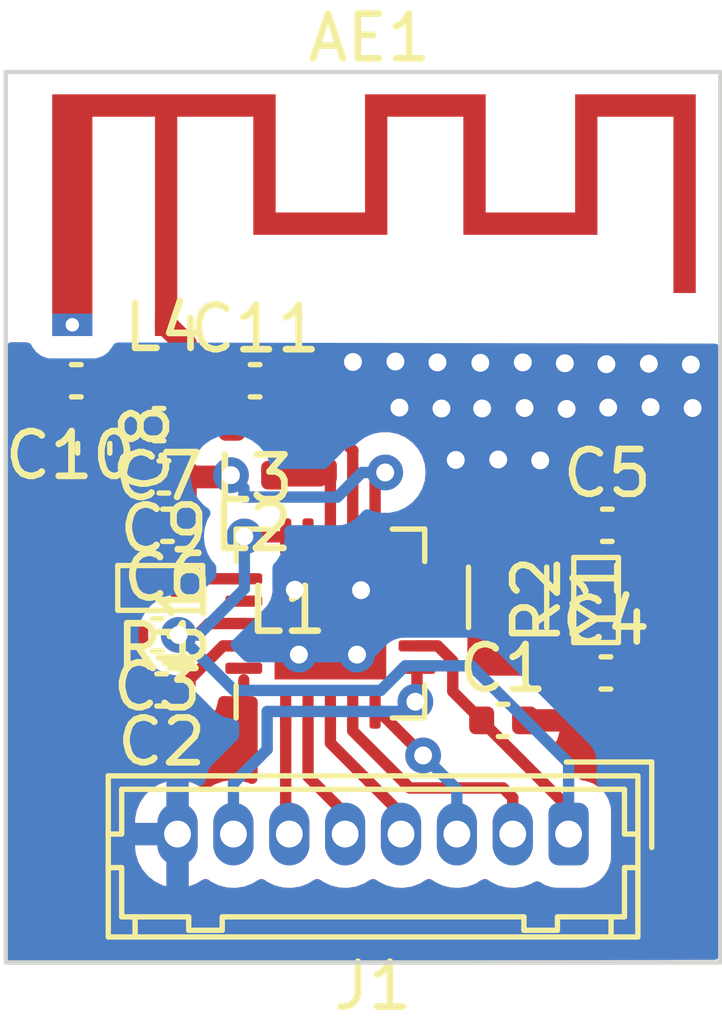
<source format=kicad_pcb>
(kicad_pcb (version 20221018) (generator pcbnew)
  (layers (0 "F.Cu" signal) (31 "B.Cu" signal) (34 "B.Paste" user) (35 "F.Paste" user) (36 "B.SilkS" user "B.Silkscreen") (37 "F.SilkS" user "F.Silkscreen") (38 "B.Mask" user) (39 "F.Mask" user) (44 "Edge.Cuts" user))
  (net 0 "")
  (net 1 "Net-(AE1-A)")
  (net 2 "Net-(U1-DVDD)")
  (net 3 "GND")
  (net 4 "VDD")
  (net 5 "Net-(U1-XC2)")
  (net 6 "Net-(U1-XC1)")
  (net 7 "Net-(U1-VDD_PA)")
  (net 8 "Net-(C7-Pad1)")
  (net 9 "Net-(C10-Pad1)")
  (net 10 "Net-(J1-Pin_2)")
  (net 11 "Net-(J1-Pin_3)")
  (net 12 "Net-(J1-Pin_4)")
  (net 13 "Net-(J1-Pin_5)")
  (net 14 "Net-(J1-Pin_6)")
  (net 15 "Net-(J1-Pin_7)")
  (net 16 "Net-(U1-ANT1)")
  (net 17 "Net-(U1-ANT2)")
  (net 18 "Net-(U1-IREF)")
  (footprint "Capacitor_SMD:C_0402_1005Metric" (layer "F.Cu") (at 139.79 89.39 -90)
    (fp_text reference "C8" (at 0 -1.16 90) (layer "F.SilkS"))
    (fp_text value "1p")
    (fp_line (start -0.107836 -0.36) (end 0.107836 -0.36) (stroke (width 0.12)) (layer "F.SilkS"))
    (fp_line (start -0.107836 0.36) (end 0.107836 0.36) (stroke (width 0.12)) (layer "F.SilkS"))
    (pad "1" smd roundrect (at -0.48 0 270) (size 0.56 0.62) (layers "F.Cu" "F.Paste" "F.Mask") (net 9 "Net-(C10-Pad1)"))
    (pad "2" smd roundrect (at 0.48 0 270) (size 0.56 0.62) (layers "F.Cu" "F.Paste" "F.Mask") (net 3 "GND"))
  )
  (footprint "Capacitor_SMD:C_0402_1005Metric" (layer "F.Cu") (at 139.4 87.88 180)
    (fp_text reference "C10" (at 0.13 -1.67) (layer "F.SilkS"))
    (fp_text value "cx")
    (fp_line (start -0.107836 -0.36) (end 0.107836 -0.36) (stroke (width 0.12)) (layer "F.SilkS"))
    (fp_line (start -0.107836 0.36) (end 0.107836 0.36) (stroke (width 0.12)) (layer "F.SilkS"))
    (pad "1" smd roundrect (at -0.48 0 180) (size 0.56 0.62) (layers "F.Cu" "F.Paste" "F.Mask") (net 9 "Net-(C10-Pad1)"))
    (pad "2" smd roundrect (at 0.48 0 180) (size 0.56 0.62) (layers "F.Cu" "F.Paste" "F.Mask") (net 3 "GND"))
  )
  (footprint "Inductor_SMD:L_0402_1005Metric" (layer "F.Cu") (at 143.365 88.9 180)
    (fp_text reference "L3" (at 0 -1.17) (layer "F.SilkS"))
    (fp_text value "3n9")
    (pad "1" smd roundrect (at -0.485 0 180) (size 0.59 0.64) (layers "F.Cu" "F.Paste" "F.Mask") (net 16 "Net-(U1-ANT1)"))
    (pad "2" smd roundrect (at 0.485 0 180) (size 0.59 0.64) (layers "F.Cu" "F.Paste" "F.Mask") (net 8 "Net-(C7-Pad1)"))
  )
  (footprint "Capacitor_SMD:C_0402_1005Metric" (layer "F.Cu") (at 141.31 94.79 180)
    (fp_text reference "C2" (at 0 -1.16) (layer "F.SilkS"))
    (fp_text value "10n")
    (fp_line (start -0.107836 -0.36) (end 0.107836 -0.36) (stroke (width 0.12)) (layer "F.SilkS"))
    (fp_line (start -0.107836 0.36) (end 0.107836 0.36) (stroke (width 0.12)) (layer "F.SilkS"))
    (pad "1" smd roundrect (at -0.48 0 180) (size 0.56 0.62) (layers "F.Cu" "F.Paste" "F.Mask") (net 2 "Net-(U1-DVDD)"))
    (pad "2" smd roundrect (at 0.48 0 180) (size 0.56 0.62) (layers "F.Cu" "F.Paste" "F.Mask") (net 3 "GND"))
  )
  (footprint "Capacitor_SMD:C_0402_1005Metric" (layer "F.Cu") (at 151.25 94.41)
    (fp_text reference "C4" (at 0 -1.16) (layer "F.SilkS"))
    (fp_text value "22p")
    (fp_line (start -0.107836 -0.36) (end 0.107836 -0.36) (stroke (width 0.12)) (layer "F.SilkS"))
    (fp_line (start -0.107836 0.36) (end 0.107836 0.36) (stroke (width 0.12)) (layer "F.SilkS"))
    (pad "1" smd roundrect (at -0.48 0) (size 0.56 0.62) (layers "F.Cu" "F.Paste" "F.Mask") (net 5 "Net-(U1-XC2)"))
    (pad "2" smd roundrect (at 0.48 0) (size 0.56 0.62) (layers "F.Cu" "F.Paste" "F.Mask") (net 3 "GND"))
  )
  (footprint "Capacitor_SMD:C_0402_1005Metric" (layer "F.Cu") (at 141.44 91.11 180)
    (fp_text reference "C6" (at 0 -1.16) (layer "F.SilkS"))
    (fp_text value "C_Small")
    (fp_line (start -0.107836 -0.36) (end 0.107836 -0.36) (stroke (width 0.12)) (layer "F.SilkS"))
    (fp_line (start -0.107836 0.36) (end 0.107836 0.36) (stroke (width 0.12)) (layer "F.SilkS"))
    (pad "1" smd roundrect (at -0.48 0 180) (size 0.56 0.62) (layers "F.Cu" "F.Paste" "F.Mask") (net 7 "Net-(U1-VDD_PA)"))
    (pad "2" smd roundrect (at 0.48 0 180) (size 0.56 0.62) (layers "F.Cu" "F.Paste" "F.Mask") (net 3 "GND"))
  )
  (footprint "Package_DFN_QFN:QFN-20-1EP_4x4mm_P0.5mm_EP2.5x2.5mm" (layer "F.Cu") (at 145.085 93.305 90)
    (fp_text reference "U1" (at 0 -3.3 90) (layer "F.SilkS"))
    (fp_text value "NRF24L01")
    (fp_line (start -2.11 2.11) (end -2.11 1.385) (stroke (width 0.12)) (layer "F.SilkS"))
    (fp_line (start -1.385 -2.11) (end -2.11 -2.11) (stroke (width 0.12)) (layer "F.SilkS"))
    (fp_line (start -1.385 2.11) (end -2.11 2.11) (stroke (width 0.12)) (layer "F.SilkS"))
    (fp_line (start 1.385 -2.11) (end 2.11 -2.11) (stroke (width 0.12)) (layer "F.SilkS"))
    (fp_line (start 1.385 2.11) (end 2.11 2.11) (stroke (width 0.12)) (layer "F.SilkS"))
    (fp_line (start 2.11 -2.11) (end 2.11 -1.385) (stroke (width 0.12)) (layer "F.SilkS"))
    (fp_line (start 2.11 2.11) (end 2.11 1.385) (stroke (width 0.12)) (layer "F.SilkS"))
    (pad "1" smd roundrect (at -1.9375 -1 90) (size 0.825 0.25) (layers "F.Cu" "F.Paste" "F.Mask") (net 14 "Net-(J1-Pin_6)"))
    (pad "2" smd roundrect (at -1.9375 -0.5 90) (size 0.825 0.25) (layers "F.Cu" "F.Paste" "F.Mask") (net 13 "Net-(J1-Pin_5)"))
    (pad "3" smd roundrect (at -1.9375 0 90) (size 0.825 0.25) (layers "F.Cu" "F.Paste" "F.Mask") (net 12 "Net-(J1-Pin_4)"))
    (pad "4" smd roundrect (at -1.9375 0.5 90) (size 0.825 0.25) (layers "F.Cu" "F.Paste" "F.Mask") (net 10 "Net-(J1-Pin_2)"))
    (pad "5" smd roundrect (at -1.9375 1 90) (size 0.825 0.25) (layers "F.Cu" "F.Paste" "F.Mask") (net 11 "Net-(J1-Pin_3)"))
    (pad "6" smd roundrect (at -1 1.9375 90) (size 0.25 0.825) (layers "F.Cu" "F.Paste" "F.Mask") (net 15 "Net-(J1-Pin_7)"))
    (pad "7" smd roundrect (at -0.5 1.9375 90) (size 0.25 0.825) (layers "F.Cu" "F.Paste" "F.Mask") (net 4 "VDD"))
    (pad "8" smd roundrect (at 0 1.9375 90) (size 0.25 0.825) (layers "F.Cu" "F.Paste" "F.Mask") (net 3 "GND"))
    (pad "9" smd roundrect (at 0.5 1.9375 90) (size 0.25 0.825) (layers "F.Cu" "F.Paste" "F.Mask") (net 5 "Net-(U1-XC2)"))
    (pad "10" smd roundrect (at 1 1.9375 90) (size 0.25 0.825) (layers "F.Cu" "F.Paste" "F.Mask") (net 6 "Net-(U1-XC1)"))
    (pad "11" smd roundrect (at 1.9375 1 90) (size 0.825 0.25) (layers "F.Cu" "F.Paste" "F.Mask") (net 7 "Net-(U1-VDD_PA)"))
    (pad "12" smd roundrect (at 1.9375 0.5 90) (size 0.825 0.25) (layers "F.Cu" "F.Paste" "F.Mask") (net 16 "Net-(U1-ANT1)"))
    (pad "13" smd roundrect (at 1.9375 0 90) (size 0.825 0.25) (layers "F.Cu" "F.Paste" "F.Mask") (net 17 "Net-(U1-ANT2)"))
    (pad "14" smd roundrect (at 1.9375 -0.5 90) (size 0.825 0.25) (layers "F.Cu" "F.Paste" "F.Mask") (net 3 "GND"))
    (pad "15" smd roundrect (at 1.9375 -1 90) (size 0.825 0.25) (layers "F.Cu" "F.Paste" "F.Mask") (net 4 "VDD"))
    (pad "16" smd roundrect (at 1 -1.9375 90) (size 0.25 0.825) (layers "F.Cu" "F.Paste" "F.Mask") (net 18 "Net-(U1-IREF)"))
    (pad "17" smd roundrect (at 0.5 -1.9375 90) (size 0.25 0.825) (layers "F.Cu" "F.Paste" "F.Mask") (net 3 "GND"))
    (pad "18" smd roundrect (at 0 -1.9375 90) (size 0.25 0.825) (layers "F.Cu" "F.Paste" "F.Mask") (net 4 "VDD"))
    (pad "19" smd roundrect (at -0.5 -1.9375 90) (size 0.25 0.825) (layers "F.Cu" "F.Paste" "F.Mask") (net 2 "Net-(U1-DVDD)"))
    (pad "20" smd roundrect (at -1 -1.9375 90) (size 0.25 0.825) (layers "F.Cu" "F.Paste" "F.Mask") (net 3 "GND"))
    (pad "21" smd rect (at 0 0 90) (size 2.5 2.5) (layers "F.Cu" "F.Mask"))
  )
  (footprint "Capacitor_SMD:C_0402_1005Metric" (layer "F.Cu") (at 141.25 88.86 180)
    (fp_text reference "C7" (at 0 -1.16) (layer "F.SilkS"))
    (fp_text value "1p5")
    (fp_line (start -0.107836 -0.36) (end 0.107836 -0.36) (stroke (width 0.12)) (layer "F.SilkS"))
    (fp_line (start -0.107836 0.36) (end 0.107836 0.36) (stroke (width 0.12)) (layer "F.SilkS"))
    (pad "1" smd roundrect (at -0.48 0 180) (size 0.56 0.62) (layers "F.Cu" "F.Paste" "F.Mask") (net 8 "Net-(C7-Pad1)"))
    (pad "2" smd roundrect (at 0.48 0 180) (size 0.56 0.62) (layers "F.Cu" "F.Paste" "F.Mask") (net 9 "Net-(C10-Pad1)"))
  )
  (footprint "Capacitor_SMD:C_0402_1005Metric" (layer "F.Cu") (at 143.4 87.88)
    (fp_text reference "C11" (at 0 -1.16) (layer "F.SilkS"))
    (fp_text value "cx")
    (fp_line (start -0.107836 -0.36) (end 0.107836 -0.36) (stroke (width 0.12)) (layer "F.SilkS"))
    (fp_line (start -0.107836 0.36) (end 0.107836 0.36) (stroke (width 0.12)) (layer "F.SilkS"))
    (pad "1" smd roundrect (at -0.48 0) (size 0.56 0.62) (layers "F.Cu" "F.Paste" "F.Mask") (net 1 "Net-(AE1-A)"))
    (pad "2" smd roundrect (at 0.48 0) (size 0.56 0.62) (layers "F.Cu" "F.Paste" "F.Mask") (net 3 "GND"))
  )
  (footprint "Capacitor_SMD:C_0402_1005Metric" (layer "F.Cu") (at 141.21 93.56 180)
    (fp_text reference "C3" (at 0 -1.16) (layer "F.SilkS"))
    (fp_text value "1n")
    (fp_line (start -0.107836 -0.36) (end 0.107836 -0.36) (stroke (width 0.12)) (layer "F.SilkS"))
    (fp_line (start -0.107836 0.36) (end 0.107836 0.36) (stroke (width 0.12)) (layer "F.SilkS"))
    (pad "1" smd roundrect (at -0.48 0 180) (size 0.56 0.62) (layers "F.Cu" "F.Paste" "F.Mask") (net 4 "VDD"))
    (pad "2" smd roundrect (at 0.48 0 180) (size 0.56 0.62) (layers "F.Cu" "F.Paste" "F.Mask") (net 3 "GND"))
  )
  (footprint "Inductor_SMD:L_0402_1005Metric" (layer "F.Cu") (at 141.36 87.86)
    (fp_text reference "L4" (at 0 -1.17) (layer "F.SilkS"))
    (fp_text value "3n9")
    (pad "1" smd roundrect (at -0.485 0) (size 0.59 0.64) (layers "F.Cu" "F.Paste" "F.Mask") (net 9 "Net-(C10-Pad1)"))
    (pad "2" smd roundrect (at 0.485 0) (size 0.59 0.64) (layers "F.Cu" "F.Paste" "F.Mask") (net 1 "Net-(AE1-A)"))
  )
  (footprint "Connector_Hirose:Hirose_DF13-08P-1.25DSA_1x08_P1.25mm_Vertical" (layer "F.Cu") (at 150.415 98.01 180)
    (fp_text reference "J1" (at 4.38 -3.4) (layer "F.SilkS"))
    (fp_text value "Conn_01x08_Pin")
    (fp_line (start -1.86 -0.3) (end -1.86 1.61) (stroke (width 0.12)) (layer "F.SilkS"))
    (fp_line (start -1.86 1.61) (end 0.05 1.61) (stroke (width 0.12)) (layer "F.SilkS"))
    (fp_line (start -1.55 -2.3) (end -1.55 1.3) (stroke (width 0.12)) (layer "F.SilkS"))
    (fp_line (start -1.55 -0.75) (end -1.25 -0.75) (stroke (width 0.12)) (layer "F.SilkS"))
    (fp_line (start -1.55 0) (end -1.25 0) (stroke (width 0.12)) (layer "F.SilkS"))
    (fp_line (start -1.55 1.3) (end 10.3 1.3) (stroke (width 0.12)) (layer "F.SilkS"))
    (fp_line (start -1.25 -1.85) (end -0.95 -1.85) (stroke (width 0.12)) (layer "F.SilkS"))
    (fp_line (start -1.25 -0.75) (end -1.25 -1.85) (stroke (width 0.12)) (layer "F.SilkS"))
    (fp_line (start -1.25 0) (end -1.25 1) (stroke (width 0.12)) (layer "F.SilkS"))
    (fp_line (start -1.25 1) (end 10 1) (stroke (width 0.12)) (layer "F.SilkS"))
    (fp_line (start -0.95 -1.85) (end -0.95 -2.3) (stroke (width 0.12)) (layer "F.SilkS"))
    (fp_line (start -0.95 -1.85) (end 0.25 -1.85) (stroke (width 0.12)) (layer "F.SilkS"))
    (fp_line (start 0.25 -2.15) (end 1 -2.15) (stroke (width 0.12)) (layer "F.SilkS"))
    (fp_line (start 0.25 -1.85) (end 0.25 -2.15) (stroke (width 0.12)) (layer "F.SilkS"))
    (fp_line (start 1 -2.15) (end 1 -1.85) (stroke (width 0.12)) (layer "F.SilkS"))
    (fp_line (start 1 -1.85) (end 7.75 -1.85) (stroke (width 0.12)) (layer "F.SilkS"))
    (fp_line (start 7.75 -2.15) (end 8.5 -2.15) (stroke (width 0.12)) (layer "F.SilkS"))
    (fp_line (start 7.75 -1.85) (end 7.75 -2.15) (stroke (width 0.12)) (layer "F.SilkS"))
    (fp_line (start 8.5 -2.15) (end 8.5 -1.85) (stroke (width 0.12)) (layer "F.SilkS"))
    (fp_line (start 8.5 -1.85) (end 9.7 -1.85) (stroke (width 0.12)) (layer "F.SilkS"))
    (fp_line (start 9.7 -1.85) (end 9.7 -2.3) (stroke (width 0.12)) (layer "F.SilkS"))
    (fp_line (start 10 -1.85) (end 9.7 -1.85) (stroke (width 0.12)) (layer "F.SilkS"))
    (fp_line (start 10 -0.75) (end 10 -1.85) (stroke (width 0.12)) (layer "F.SilkS"))
    (fp_line (start 10 0) (end 10.3 0) (stroke (width 0.12)) (layer "F.SilkS"))
    (fp_line (start 10 1) (end 10 0) (stroke (width 0.12)) (layer "F.SilkS"))
    (fp_line (start 10.3 -2.3) (end -1.55 -2.3) (stroke (width 0.12)) (layer "F.SilkS"))
    (fp_line (start 10.3 -0.75) (end 10 -0.75) (stroke (width 0.12)) (layer "F.SilkS"))
    (fp_line (start 10.3 1.3) (end 10.3 -2.3) (stroke (width 0.12)) (layer "F.SilkS"))
    (pad "1" thru_hole roundrect (at 0 0 180) (size 0.9 1.4) (drill 0.6) (layers "*.Cu" "*.Mask") (net 4 "VDD"))
    (pad "2" thru_hole oval (at 1.25 0 180) (size 0.9 1.4) (drill 0.6) (layers "*.Cu" "*.Mask") (net 10 "Net-(J1-Pin_2)"))
    (pad "3" thru_hole oval (at 2.5 0 180) (size 0.9 1.4) (drill 0.6) (layers "*.Cu" "*.Mask") (net 11 "Net-(J1-Pin_3)"))
    (pad "4" thru_hole oval (at 3.75 0 180) (size 0.9 1.4) (drill 0.6) (layers "*.Cu" "*.Mask") (net 12 "Net-(J1-Pin_4)"))
    (pad "5" thru_hole oval (at 5 0 180) (size 0.9 1.4) (drill 0.6) (layers "*.Cu" "*.Mask") (net 13 "Net-(J1-Pin_5)"))
    (pad "6" thru_hole oval (at 6.25 0 180) (size 0.9 1.4) (drill 0.6) (layers "*.Cu" "*.Mask") (net 14 "Net-(J1-Pin_6)"))
    (pad "7" thru_hole oval (at 7.5 0 180) (size 0.9 1.4) (drill 0.6) (layers "*.Cu" "*.Mask") (net 15 "Net-(J1-Pin_7)"))
    (pad "8" thru_hole oval (at 8.75 0 180) (size 0.9 1.4) (drill 0.6) (layers "*.Cu" "*.Mask") (net 3 "GND"))
  )
  (footprint "PCM_Resistor_SMD_AKL:R_0402_1005Metric" (layer "F.Cu") (at 151.03 92.78 90)
    (fp_text reference "R2" (at 0 -1.3335 90) (layer "F.SilkS"))
    (fp_text value "10M" hide)
    (fp_line (start -0.95 -0.5) (end -0.95 0.5) (stroke (width 0.12)) (layer "F.SilkS"))
    (fp_line (start -0.95 0.5) (end 0.95 0.5) (stroke (width 0.12)) (layer "F.SilkS"))
    (fp_line (start 0.95 -0.5) (end -0.95 -0.5) (stroke (width 0.12)) (layer "F.SilkS"))
    (fp_line (start 0.95 0.5) (end 0.95 -0.5) (stroke (width 0.12)) (layer "F.SilkS"))
    (pad "1" smd roundrect (at -0.51 0 90) (size 0.54 0.64) (layers "F.Cu" "F.Paste" "F.Mask") (net 5 "Net-(U1-XC2)"))
    (pad "2" smd roundrect (at 0.51 0 90) (size 0.54 0.64) (layers "F.Cu" "F.Paste" "F.Mask") (net 6 "Net-(U1-XC1)"))
  )
  (footprint "Capacitor_SMD:C_0402_1005Metric" (layer "F.Cu") (at 141.36 90.03 180)
    (fp_text reference "C9" (at 0 -1.16) (layer "F.SilkS"))
    (fp_text value "C_Small")
    (fp_line (start -0.107836 -0.36) (end 0.107836 -0.36) (stroke (width 0.12)) (layer "F.SilkS"))
    (fp_line (start -0.107836 0.36) (end 0.107836 0.36) (stroke (width 0.12)) (layer "F.SilkS"))
    (pad "1" smd roundrect (at -0.48 0 180) (size 0.56 0.62) (layers "F.Cu" "F.Paste" "F.Mask") (net 7 "Net-(U1-VDD_PA)"))
    (pad "2" smd roundrect (at 0.48 0 180) (size 0.56 0.62) (layers "F.Cu" "F.Paste" "F.Mask") (net 3 "GND"))
  )
  (footprint "Inductor_SMD:L_0402_1005Metric" (layer "F.Cu") (at 144.91 89.43 -90)
    (fp_text reference "L1" (at 3.58 0.8 -180) (layer "F.SilkS"))
    (fp_text value "8n2")
    (pad "1" smd roundrect (at -0.485 0 270) (size 0.59 0.64) (layers "F.Cu" "F.Paste" "F.Mask") (net 16 "Net-(U1-ANT1)"))
    (pad "2" smd roundrect (at 0.485 0 270) (size 0.59 0.64) (layers "F.Cu" "F.Paste" "F.Mask") (net 17 "Net-(U1-ANT2)"))
  )
  (footprint "Capacitor_SMD:C_0402_1005Metric" (layer "F.Cu") (at 151.28 91.11)
    (fp_text reference "C5" (at 0 -1.16) (layer "F.SilkS"))
    (fp_text value "22p")
    (fp_line (start -0.107836 -0.36) (end 0.107836 -0.36) (stroke (width 0.12)) (layer "F.SilkS"))
    (fp_line (start -0.107836 0.36) (end 0.107836 0.36) (stroke (width 0.12)) (layer "F.SilkS"))
    (pad "1" smd roundrect (at -0.48 0) (size 0.56 0.62) (layers "F.Cu" "F.Paste" "F.Mask") (net 6 "Net-(U1-XC1)"))
    (pad "2" smd roundrect (at 0.48 0) (size 0.56 0.62) (layers "F.Cu" "F.Paste" "F.Mask") (net 3 "GND"))
  )
  (footprint "Inductor_SMD:L_0402_1005Metric" (layer "F.Cu") (at 143.345 89.99 180)
    (fp_text reference "L2" (at 0 -1.17) (layer "F.SilkS"))
    (fp_text value "2n7")
    (pad "1" smd roundrect (at -0.485 0 180) (size 0.59 0.64) (layers "F.Cu" "F.Paste" "F.Mask") (net 17 "Net-(U1-ANT2)"))
    (pad "2" smd roundrect (at 0.485 0 180) (size 0.59 0.64) (layers "F.Cu" "F.Paste" "F.Mask") (net 7 "Net-(U1-VDD_PA)"))
  )
  (footprint "RF_Antenna:Texas_SWRA117D_2.4GHz_Right" (layer "F.Cu") (at 141.41 86.63)
    (fp_text reference "AE1" (at 4.55 -6.41) (layer "F.SilkS"))
    (fp_text value "Antenna")
    (fp_poly (pts (xy 2.45 -2.51) (xy 4.45 -2.51) (xy 4.45 -5.15) (xy 7.15 -5.15) (xy 7.15 -2.51) (xy 9.15 -2.51) (xy 9.15 -5.15) (xy 11.85 -5.15) (xy 11.85 -0.71) (xy 11.35 -0.71) (xy 11.35 -4.65) (xy 9.65 -4.65) (xy 9.65 -2.01) (xy 6.65 -2.01) (xy 6.65 -4.65) (xy 4.95 -4.65) (xy 4.95 -2.01) (xy 1.95 -2.01) (xy 1.95 -4.65) (xy 0.25 -4.65) (xy 0.25 0.25) (xy -0.25 0.25) (xy -0.25 -4.65) (xy -1.65 -4.65) (xy -1.65 0.25) (xy -2.55 0.25) (xy -2.55 0.006785) (xy -2.247583 0.006785) (xy -2.237742 0.054395) (xy -2.213674 0.096797) (xy -2.175731 0.129581) (xy -2.167819 0.133935) (xy -2.125156 0.146043) (xy -2.076637 0.1453) (xy -2.031122 0.1324) (xy -2.012511 0.121787) (xy -1.978868 0.086553) (xy -1.958309 0.041368) (xy -1.951778 -0.008158) (xy -1.960218 -0.056417) (xy -1.977112 -0.088643) (xy -2.012372 -0.121313) (xy -2.057682 -0.141408) (xy -2.107267 -0.147982) (xy -2.155353 -0.140092) (xy -2.188245 -0.123186) (xy -2.223185 -0.086416) (xy -2.242847 -0.041622) (xy -2.247583 0.006785) (xy -2.55 0.006785) (xy -2.55 -5.15) (xy 2.45 -5.15) (xy 2.45 -2.51)) (fill solid) (layer "F.Cu"))
    (pad "1" connect rect (at 0 0) (size 0.5 0.5) (layers "F.Cu") (net 1 "Net-(AE1-A)"))
    (pad "2" thru_hole rect (at -2.1 0) (size 0.9 0.5) (drill 0.3) (layers "*.Cu"))
  )
  (footprint "Crystal:Crystal_SMD_3215-2Pin_3.2x1.5mm" (layer "F.Cu") (at 149.05 92.72 -90)
    (fp_text reference "Y1" (at 0 -2 90) (layer "F.SilkS"))
    (fp_text value "16MHz")
    (fp_line (start -0.675 -0.875) (end 0.675 -0.875) (stroke (width 0.12)) (layer "F.SilkS"))
    (fp_line (start -0.675 0.875) (end 0.675 0.875) (stroke (width 0.12)) (layer "F.SilkS"))
    (pad "1" smd rect (at 1.25 0 270) (size 1 1.8) (layers "F.Cu" "F.Paste" "F.Mask") (net 5 "Net-(U1-XC2)"))
    (pad "2" smd rect (at -1.25 0 270) (size 1 1.8) (layers "F.Cu" "F.Paste" "F.Mask") (net 6 "Net-(U1-XC1)"))
  )
  (footprint "PCM_Resistor_SMD_AKL:R_0402_1005Metric" (layer "F.Cu") (at 141.2775 92.51 180)
    (fp_text reference "R1" (at 0 -1.3335 180) (layer "F.SilkS"))
    (fp_text value "22k" hide)
    (fp_line (start -0.95 -0.5) (end -0.95 0.5) (stroke (width 0.12)) (layer "F.SilkS"))
    (fp_line (start -0.95 0.5) (end 0.95 0.5) (stroke (width 0.12)) (layer "F.SilkS"))
    (fp_line (start 0.95 -0.5) (end -0.95 -0.5) (stroke (width 0.12)) (layer "F.SilkS"))
    (fp_line (start 0.95 0.5) (end 0.95 -0.5) (stroke (width 0.12)) (layer "F.SilkS"))
    (pad "1" smd roundrect (at -0.51 0 180) (size 0.54 0.64) (layers "F.Cu" "F.Paste" "F.Mask") (net 18 "Net-(U1-IREF)"))
    (pad "2" smd roundrect (at 0.51 0 180) (size 0.54 0.64) (layers "F.Cu" "F.Paste" "F.Mask") (net 3 "GND"))
  )
  (footprint "Capacitor_SMD:C_0402_1005Metric" (layer "F.Cu") (at 148.95 95.47)
    (fp_text reference "C1" (at 0 -1.16) (layer "F.SilkS"))
    (fp_text value "33n")
    (fp_line (start -0.107836 -0.36) (end 0.107836 -0.36) (stroke (width 0.12)) (layer "F.SilkS"))
    (fp_line (start -0.107836 0.36) (end 0.107836 0.36) (stroke (width 0.12)) (layer "F.SilkS"))
    (pad "1" smd roundrect (at -0.48 0) (size 0.56 0.62) (layers "F.Cu" "F.Paste" "F.Mask") (net 4 "VDD"))
    (pad "2" smd roundrect (at 0.48 0) (size 0.56 0.62) (layers "F.Cu" "F.Paste" "F.Mask") (net 3 "GND"))
  )
  (gr_rect (start 137.82 80.98) (end 153.81 100.88) (stroke (width 0.1)) (fill none) (layer "Edge.Cuts"))
  (segment (start 141.845 87.065) (end 141.41 86.63) (width 0.508) (layer "F.Cu") (net 1))
  (segment (start 142.9 87.86) (end 142.92 87.88) (width 0.508) (layer "F.Cu") (net 1))
  (segment (start 141.845 87.86) (end 141.845 87.065) (width 0.508) (layer "F.Cu") (net 1))
  (segment (start 141.845 87.86) (end 142.9 87.86) (width 0.508) (layer "F.Cu") (net 1))
  (segment (start 142.684164 93.805) (end 141.79 94.699164) (width 0.254) (layer "F.Cu") (net 2))
  (segment (start 143.1475 93.805) (end 142.684164 93.805) (width 0.254) (layer "F.Cu") (net 2))
  (segment (start 141.79 94.699164) (end 141.79 94.79) (width 0.254) (layer "F.Cu") (net 2))
  (via (at 149.43 88.49) (size 0.8) (drill 0.4) (layers "F.Cu" "B.Cu") (net 3))
  (via (at 145.77 92.56) (size 0.8) (drill 0.4) (layers "F.Cu" "B.Cu") (net 3))
  (via (at 144.29 92.55) (size 0.8) (drill 0.4) (layers "F.Cu" "B.Cu") (net 3))
  (via (at 149.78 89.66) (size 0.8) (drill 0.4) (layers "F.Cu" "B.Cu") (net 3))
  (via (at 147.57 88.5) (size 0.8) (drill 0.4) (layers "F.Cu" "B.Cu") (net 3))
  (via (at 148.84 89.64) (size 0.8) (drill 0.4) (layers "F.Cu" "B.Cu") (net 3))
  (via (at 153.15 87.52) (size 0.8) (drill 0.4) (layers "F.Cu" "B.Cu") (net 3))
  (via (at 148.44 87.48) (size 0.8) (drill 0.4) (layers "F.Cu" "B.Cu") (net 3))
  (via (at 145.59 87.46) (size 0.8) (drill 0.4) (layers "F.Cu" "B.Cu") (net 3))
  (via (at 152.21 87.5) (size 0.8) (drill 0.4) (layers "F.Cu" "B.Cu") (net 3))
  (via (at 147.48 87.47) (size 0.8) (drill 0.4) (layers "F.Cu" "B.Cu") (net 3))
  (via (at 153.19 88.49) (size 0.8) (drill 0.4) (layers "F.Cu" "B.Cu") (net 3))
  (via (at 145.68 94) (size 0.8) (drill 0.4) (layers "F.Cu" "B.Cu") (net 3))
  (via (at 147.89 89.65) (size 0.8) (drill 0.4) (layers "F.Cu" "B.Cu") (net 3))
  (via (at 150.33 87.49) (size 0.8) (drill 0.4) (layers "F.Cu" "B.Cu") (net 3))
  (via (at 144.38 94) (size 0.8) (drill 0.4) (layers "F.Cu" "B.Cu") (net 3))
  (via (at 146.63 88.48) (size 0.8) (drill 0.4) (layers "F.Cu" "B.Cu") (net 3))
  (via (at 146.54 87.45) (size 0.8) (drill 0.4) (layers "F.Cu" "B.Cu") (net 3))
  (via (at 152.25 88.47) (size 0.8) (drill 0.4) (layers "F.Cu" "B.Cu") (net 3))
  (via (at 151.26 87.51) (size 0.8) (drill 0.4) (layers "F.Cu" "B.Cu") (net 3))
  (via (at 148.48 88.5) (size 0.8) (drill 0.4) (layers "F.Cu" "B.Cu") (net 3))
  (via (at 150.37 88.51) (size 0.8) (drill 0.4) (layers "F.Cu" "B.Cu") (net 3))
  (via (at 151.3 88.48) (size 0.8) (drill 0.4) (layers "F.Cu" "B.Cu") (net 3))
  (via (at 149.39 87.47) (size 0.8) (drill 0.4) (layers "F.Cu" "B.Cu") (net 3))
  (segment (start 142.11 93.56) (end 141.69 93.56) (width 0.254) (layer "F.Cu") (net 4))
  (segment (start 147.485836 93.805) (end 147.823 94.142164) (width 0.254) (layer "F.Cu") (net 4))
  (segment (start 147.823 94.823) (end 148.47 95.47) (width 0.254) (layer "F.Cu") (net 4))
  (segment (start 148.47 95.480438) (end 150.415 97.425438) (width 0.254) (layer "F.Cu") (net 4))
  (segment (start 144.085 91.3675) (end 143.1675 91.3675) (width 0.254) (layer "F.Cu") (net 4))
  (segment (start 150.415 97.425438) (end 150.415 98.01) (width 0.254) (layer "F.Cu") (net 4))
  (segment (start 148.47 95.47) (end 148.47 95.480438) (width 0.254) (layer "F.Cu") (net 4))
  (segment (start 147.0225 93.805) (end 147.485836 93.805) (width 0.254) (layer "F.Cu") (net 4))
  (segment (start 143.1475 93.305) (end 142.365 93.305) (width 0.254) (layer "F.Cu") (net 4))
  (segment (start 147.823 94.142164) (end 147.823 94.823) (width 0.254) (layer "F.Cu") (net 4))
  (segment (start 142.365 93.305) (end 142.11 93.56) (width 0.254) (layer "F.Cu") (net 4))
  (segment (start 143.1675 91.3675) (end 143.16 91.36) (width 0.254) (layer "F.Cu") (net 4))
  (via (at 141.69 93.56) (size 0.8) (drill 0.4) (layers "F.Cu" "B.Cu") (net 4))
  (via (at 143.16 91.36) (size 0.8) (drill 0.4) (layers "F.Cu" "B.Cu") (net 4))
  (segment (start 142.93 94.8) (end 146.211866 94.8) (width 0.254) (layer "B.Cu") (net 4))
  (segment (start 143.16 91.36) (end 143.16 92.53) (width 0.254) (layer "B.Cu") (net 4))
  (segment (start 141.69 93.56) (end 142.93 94.8) (width 0.254) (layer "B.Cu") (net 4))
  (segment (start 143.16 92.53) (end 142.13 93.56) (width 0.254) (layer "B.Cu") (net 4))
  (segment (start 142.13 93.56) (end 141.69 93.56) (width 0.254) (layer "B.Cu") (net 4))
  (segment (start 148.24 94.25) (end 150.415 96.425) (width 0.254) (layer "B.Cu") (net 4))
  (segment (start 146.211866 94.8) (end 146.761866 94.25) (width 0.254) (layer "B.Cu") (net 4))
  (segment (start 146.761866 94.25) (end 148.24 94.25) (width 0.254) (layer "B.Cu") (net 4))
  (segment (start 150.415 96.425) (end 150.415 98.01) (width 0.254) (layer "B.Cu") (net 4))
  (segment (start 149.05 93.14) (end 149.05 93.97) (width 0.254) (layer "F.Cu") (net 5))
  (segment (start 151.03 94.15) (end 150.77 94.41) (width 0.254) (layer "F.Cu") (net 5))
  (segment (start 147.0225 92.805) (end 148.715 92.805) (width 0.254) (layer "F.Cu") (net 5))
  (segment (start 151.03 93.29) (end 151.03 94.15) (width 0.254) (layer "F.Cu") (net 5))
  (segment (start 148.715 92.805) (end 149.05 93.14) (width 0.254) (layer "F.Cu") (net 5))
  (segment (start 150.8 91.11) (end 150.8 91.9525) (width 0.254) (layer "F.Cu") (net 6))
  (segment (start 149.05 91.47) (end 149.05 91.33) (width 0.254) (layer "F.Cu") (net 6))
  (segment (start 150.8 91.9525) (end 151.03 92.1825) (width 0.254) (layer "F.Cu") (net 6))
  (segment (start 147.0225 92.305) (end 148.745 92.305) (width 0.254) (layer "F.Cu") (net 6))
  (segment (start 148.745 92.305) (end 149.05 92) (width 0.254) (layer "F.Cu") (net 6))
  (segment (start 149.05 91.33) (end 149.36 91.02) (width 0.254) (layer "F.Cu") (net 6))
  (segment (start 149.05 92) (end 149.05 91.47) (width 0.254) (layer "F.Cu") (net 6))
  (segment (start 149.36 91.02) (end 149.45 91.11) (width 0.254) (layer "F.Cu") (net 6))
  (segment (start 149.45 91.11) (end 150.8 91.11) (width 0.254) (layer "F.Cu") (net 6))
  (segment (start 141.84 91.03) (end 141.92 91.11) (width 0.508) (layer "F.Cu") (net 7))
  (segment (start 146.085 90.1565) (end 146.3115 89.93) (width 0.254) (layer "F.Cu") (net 7))
  (segment (start 141.84 90.03) (end 142.82 90.03) (width 0.508) (layer "F.Cu") (net 7))
  (segment (start 141.84 90.03) (end 141.84 91.03) (width 0.508) (layer "F.Cu") (net 7))
  (segment (start 146.085 91.3675) (end 146.085 90.1565) (width 0.254) (layer "F.Cu") (net 7))
  (segment (start 142.82 90.03) (end 142.86 89.99) (width 0.508) (layer "F.Cu") (net 7))
  (via (at 142.86 89.99) (size 0.8) (drill 0.4) (layers "F.Cu" "B.Cu") (net 7))
  (via (at 146.3115 89.93) (size 0.8) (drill 0.4) (layers "F.Cu" "B.Cu") (net 7))
  (segment (start 146.3115 89.93) (end 145.79 89.93) (width 0.254) (layer "B.Cu") (net 7))
  (segment (start 143.15 90.28) (end 142.86 89.99) (width 0.254) (layer "B.Cu") (net 7))
  (segment (start 145.79 89.93) (end 145.24 90.48) (width 0.254) (layer "B.Cu") (net 7))
  (segment (start 143.15 90.48) (end 143.15 90.28) (width 0.254) (layer "B.Cu") (net 7))
  (segment (start 145.24 90.48) (end 143.15 90.48) (width 0.254) (layer "B.Cu") (net 7))
  (segment (start 142.84 88.86) (end 142.88 88.9) (width 0.508) (layer "F.Cu") (net 8))
  (segment (start 141.73 88.86) (end 142.84 88.86) (width 0.508) (layer "F.Cu") (net 8))
  (segment (start 139.79 88.91) (end 140.72 88.91) (width 0.508) (layer "F.Cu") (net 9))
  (segment (start 140.77 88.86) (end 140.77 87.965) (width 0.508) (layer "F.Cu") (net 9))
  (segment (start 139.88 88.82) (end 139.79 88.91) (width 0.508) (layer "F.Cu") (net 9))
  (segment (start 140.77 87.965) (end 140.875 87.86) (width 0.508) (layer "F.Cu") (net 9))
  (segment (start 139.88 87.88) (end 139.88 88.82) (width 0.508) (layer "F.Cu") (net 9))
  (segment (start 140.72 88.91) (end 140.77 88.86) (width 0.508) (layer "F.Cu") (net 9))
  (segment (start 146.859164 96.98) (end 148.95 96.98) (width 0.254) (layer "F.Cu") (net 10))
  (segment (start 149.165 97.195) (end 149.165 98.01) (width 0.254) (layer "F.Cu") (net 10))
  (segment (start 145.585 95.705836) (end 146.859164 96.98) (width 0.254) (layer "F.Cu") (net 10))
  (segment (start 148.95 96.98) (end 149.165 97.195) (width 0.254) (layer "F.Cu") (net 10))
  (segment (start 145.585 95.2425) (end 145.585 95.705836) (width 0.254) (layer "F.Cu") (net 10))
  (segment (start 146.149 95.2425) (end 147.16 96.2535) (width 0.254) (layer "F.Cu") (net 11))
  (segment (start 146.085 95.2425) (end 146.149 95.2425) (width 0.254) (layer "F.Cu") (net 11))
  (via (at 147.16 96.2535) (size 0.8) (drill 0.4) (layers "F.Cu" "B.Cu") (net 11))
  (segment (start 147.915 97.0085) (end 147.915 98.01) (width 0.254) (layer "B.Cu") (net 11))
  (segment (start 147.16 96.2535) (end 147.915 97.0085) (width 0.254) (layer "B.Cu") (net 11))
  (segment (start 145.085 95.976) (end 146.665 97.556) (width 0.254) (layer "F.Cu") (net 12))
  (segment (start 146.665 97.556) (end 146.665 98.01) (width 0.254) (layer "F.Cu") (net 12))
  (segment (start 145.085 95.2425) (end 145.085 95.976) (width 0.254) (layer "F.Cu") (net 12))
  (segment (start 144.585 96.726) (end 145.415 97.556) (width 0.254) (layer "F.Cu") (net 13))
  (segment (start 145.415 97.556) (end 145.415 98.01) (width 0.254) (layer "F.Cu") (net 13))
  (segment (start 144.585 95.2425) (end 144.585 96.726) (width 0.254) (layer "F.Cu") (net 13))
  (segment (start 144.085 95.2425) (end 144.085 97.93) (width 0.254) (layer "F.Cu") (net 14))
  (segment (start 144.085 97.93) (end 144.165 98.01) (width 0.254) (layer "F.Cu") (net 14))
  (segment (start 147.0225 94.305) (end 147.0225 95.0175) (width 0.254) (layer "F.Cu") (net 15))
  (segment (start 147.0225 95.0175) (end 146.986964 95.053036) (width 0.254) (layer "F.Cu") (net 15))
  (via (at 146.986964 95.053036) (size 0.8) (drill 0.4) (layers "F.Cu" "B.Cu") (net 15))
  (segment (start 143.67 95.27) (end 143.67 96.12) (width 0.254) (layer "B.Cu") (net 15))
  (segment (start 143.67 96.12) (end 142.915 96.875) (width 0.254) (layer "B.Cu") (net 15))
  (segment (start 146.77 95.27) (end 143.67 95.27) (width 0.254) (layer "B.Cu") (net 15))
  (segment (start 142.915 96.875) (end 142.915 98.01) (width 0.254) (layer "B.Cu") (net 15))
  (segment (start 146.986964 95.053036) (end 146.77 95.27) (width 0.254) (layer "B.Cu") (net 15))
  (segment (start 145.095 88.945) (end 144.91 88.945) (width 0.254) (layer "F.Cu") (net 16))
  (segment (start 145.585 91.3675) (end 145.585 89.445) (width 0.254) (layer "F.Cu") (net 16))
  (segment (start 143.85 88.9) (end 144.865 88.9) (width 0.508) (layer "F.Cu") (net 16))
  (segment (start 144.865 88.9) (end 144.91 88.945) (width 0.508) (layer "F.Cu") (net 16))
  (segment (start 145.585 89.445) (end 145.59 89.44) (width 0.254) (layer "F.Cu") (net 16))
  (segment (start 145.59 89.44) (end 145.095 88.945) (width 0.254) (layer "F.Cu") (net 16))
  (segment (start 145.085 90.09) (end 144.91 89.915) (width 0.254) (layer "F.Cu") (net 17))
  (segment (start 145.085 91.3675) (end 145.085 90.09) (width 0.254) (layer "F.Cu") (net 17))
  (segment (start 143.83 89.99) (end 144.835 89.99) (width 0.508) (layer "F.Cu") (net 17))
  (segment (start 144.835 89.99) (end 144.91 89.915) (width 0.508) (layer "F.Cu") (net 17))
  (segment (start 143.1475 92.305) (end 142.08 92.305) (width 0.254) (layer "F.Cu") (net 18))
  (segment (start 142.08 92.305) (end 141.875 92.51) (width 0.254) (layer "F.Cu") (net 18))
  (zone (net 3) (net_name "GND") (layer "F.Cu") (priority 1) (connect_pads (clearance 0.5)) (min_thickness 0.25) (fill yes (thermal_gap 0.5) (thermal_bridge_width 0.5))
    (polygon (pts (xy 137.79 87.02) (xy 153.85 87.06) (xy 153.78 100.82) (xy 137.81 100.82) (xy 137.84 87.06) (xy 137.84 87.02)))
  )
  (zone (net 3) (net_name "GND") (layer "B.Cu") (connect_pads (clearance 0.5)) (min_thickness 0.25) (fill yes (thermal_gap 0.5) (thermal_bridge_width 0.5))
    (polygon (pts (xy 137.82 87.02) (xy 153.87 87.05) (xy 153.87 100.82) (xy 137.82 100.86)))
  )
)
</source>
